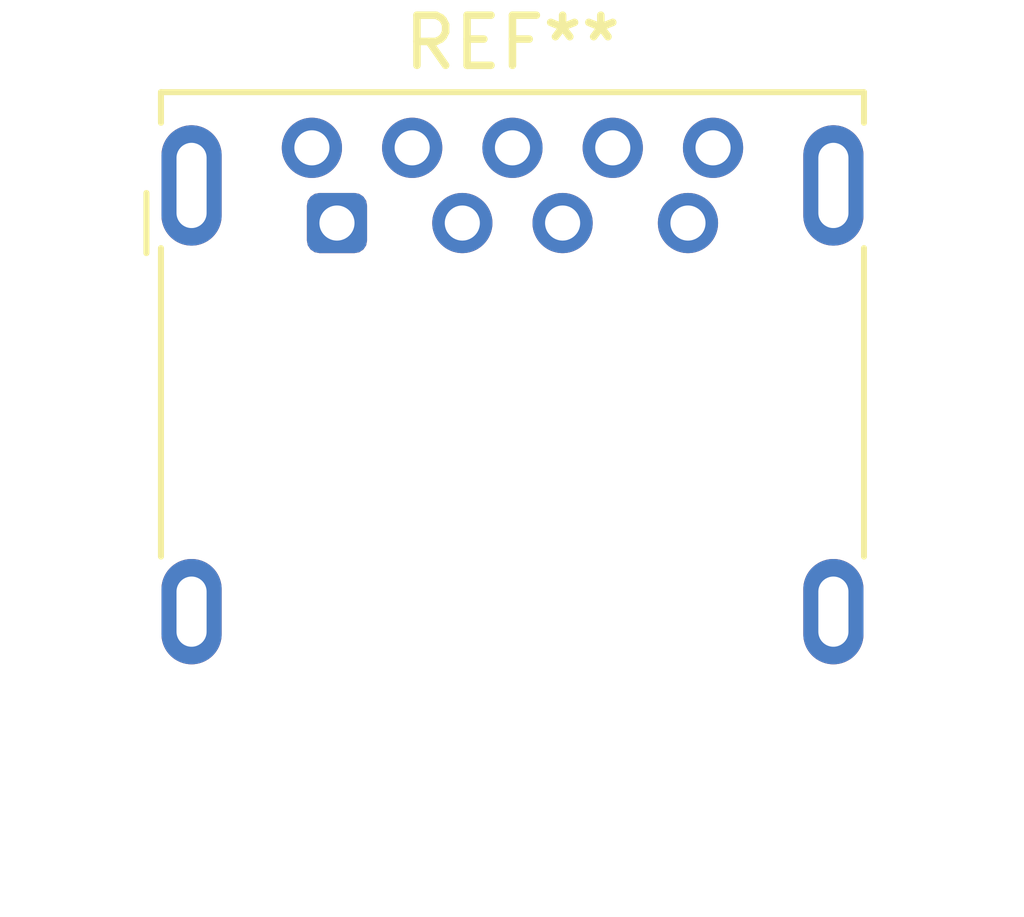
<source format=kicad_pcb>
(kicad_pcb (version 20240108) (generator "pcbnew") (generator_version "8.0")
  (layers (0 "F.Cu" signal) (31 "B.Cu" signal) (34 "B.Paste" user) (35 "F.Paste" user) (36 "B.SilkS" user "B.Silkscreen") (37 "F.SilkS" user "F.Silkscreen") (38 "B.Mask" user) (39 "F.Mask" user) (44 "Edge.Cuts" user))
  (net 0 "")
  (footprint "Connector_USB:USB3_A_Molex_48393-001" (layer "F.Cu") (at 150.5 95.5)
    (property "Reference" "REF**" (at 3.5 -3.6 0) (layer "F.SilkS"))
    (property "Value" "USB3_A_Molex_48393-001")
    (fp_line (start -3.8 -0.6) (end -3.8 0.6) (stroke (width 0.12)) (layer "F.SilkS"))
    (fp_line (start -3.51 -2.61) (end -3.51 -2) (stroke (width 0.12)) (layer "F.SilkS"))
    (fp_line (start -3.51 -2.61) (end 10.51 -2.61) (stroke (width 0.12)) (layer "F.SilkS"))
    (fp_line (start -3.51 6.65) (end -3.51 0.5) (stroke (width 0.12)) (layer "F.SilkS"))
    (fp_line (start 10.51 -2.61) (end 10.51 -2) (stroke (width 0.12)) (layer "F.SilkS"))
    (fp_line (start 10.51 6.65) (end 10.51 0.5) (stroke (width 0.12)) (layer "F.SilkS"))
    (pad "1" thru_hole roundrect (at 0 0) (size 1.2 1.2) (drill 0.7) (layers "*.Cu" "*.Mask") (roundrect_rratio 0.2083333333))
    (pad "2" thru_hole circle (at 2.5 0) (size 1.2 1.2) (drill 0.7) (layers "*.Cu" "*.Mask"))
    (pad "3" thru_hole circle (at 4.5 0) (size 1.2 1.2) (drill 0.7) (layers "*.Cu" "*.Mask"))
    (pad "4" thru_hole circle (at 7 0) (size 1.2 1.2) (drill 0.7) (layers "*.Cu" "*.Mask"))
    (pad "5" thru_hole circle (at 7.5 -1.5) (size 1.2 1.2) (drill 0.7) (layers "*.Cu" "*.Mask"))
    (pad "6" thru_hole circle (at 5.5 -1.5) (size 1.2 1.2) (drill 0.7) (layers "*.Cu" "*.Mask"))
    (pad "7" thru_hole circle (at 3.5 -1.5) (size 1.2 1.2) (drill 0.7) (layers "*.Cu" "*.Mask"))
    (pad "8" thru_hole circle (at 1.5 -1.5) (size 1.2 1.2) (drill 0.7) (layers "*.Cu" "*.Mask"))
    (pad "9" thru_hole circle (at -0.5 -1.5) (size 1.2 1.2) (drill 0.7) (layers "*.Cu" "*.Mask"))
    (pad "10" thru_hole oval (at -2.9 -0.75) (size 1.2 2.4) (drill oval 0.6 1.7) (layers "*.Cu" "*.Mask"))
    (pad "10" thru_hole oval (at -2.9 7.75) (size 1.2 2.1) (drill oval 0.6 1.4) (layers "*.Cu" "*.Mask"))
    (pad "10" thru_hole oval (at 9.9 -0.75) (size 1.2 2.4) (drill oval 0.6 1.7) (layers "*.Cu" "*.Mask"))
    (pad "10" thru_hole oval (at 9.9 7.75) (size 1.2 2.1) (drill oval 0.6 1.4) (layers "*.Cu" "*.Mask"))
  )
)
</source>
